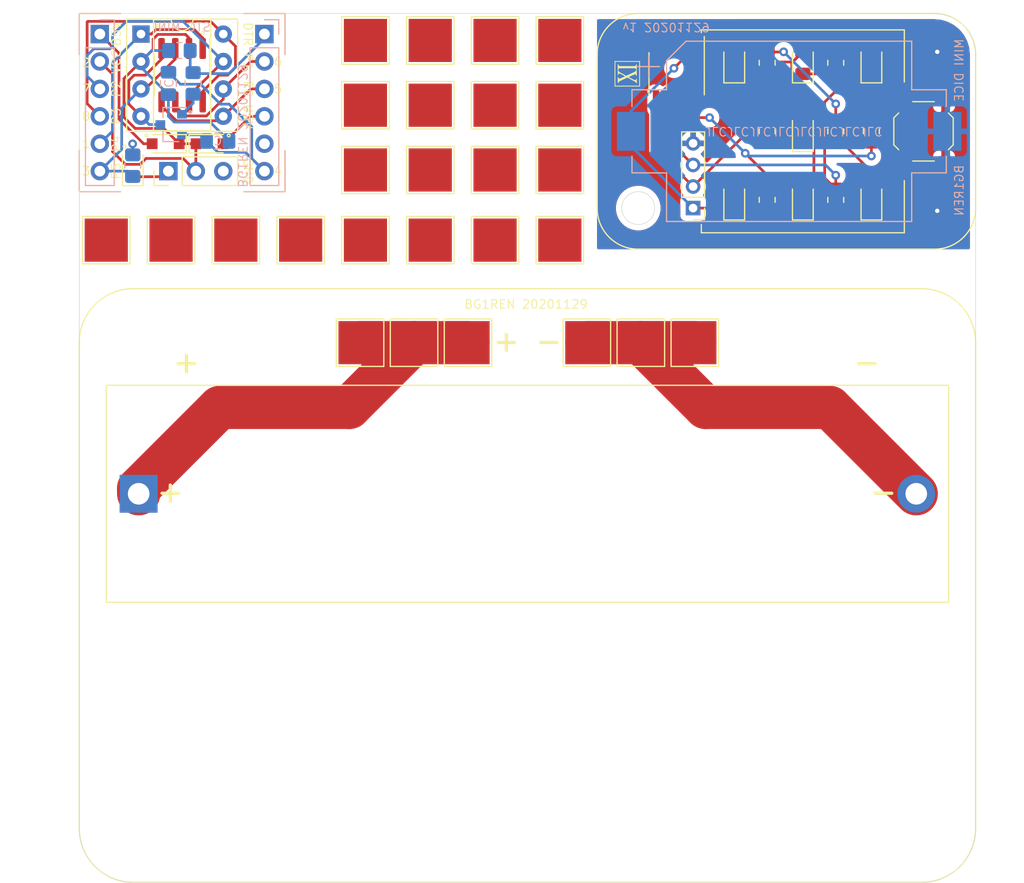
<source format=kicad_pcb>
(kicad_pcb (version 20171130) (host pcbnew 5.1.8)
  (title_block (title "Monthly DIY 2020-11-A") (date 2020-11-12) (rev v01) (company BG1REN))
  (layers (0 F.Cu signal) (31 B.Cu signal) (34 B.Paste user) (35 F.Paste user) (36 B.SilkS user) (37 F.SilkS user) (38 B.Mask user) (39 F.Mask user) (44 Edge.Cuts user))
  (net 0 "")
  (net 1 GND)
  (net 2 VCC)
  (net 3 /stc15-mini-board/BOARD_5V)
  (net 4 /stc15-mini-board/UART_5V)
  (net 5 /stc15-mini-board/DTR)
  (net 6 /stc15-mini-board/P5)
  (net 7 /stc15-mini-board/P1)
  (net 8 /stc15-mini-board/P4)
  (net 9 /stc15-mini-board/P0)
  (net 10 /stc15-mini-board/P3)
  (net 11 /stc15-mini-board/P2)
  (net 12 "Net-(Q101-Pad1)")
  (net 13 /stc15-mini-board/MCU_GND)
  (net 14 "Net-(D103-Pad1)")
  (net 15 "Net-(D103-Pad2)")
  (net 16 /stc-dice/VCC_200)
  (net 17 "Net-(D201-Pad1)")
  (net 18 "Net-(D202-Pad1)")
  (net 19 "Net-(D203-Pad1)")
  (net 20 "Net-(D204-Pad1)")
  (net 21 "Net-(D205-Pad1)")
  (net 22 "Net-(D206-Pad1)")
  (net 23 "Net-(D207-Pad1)")
  (net 24 /stc-dice/GND_200)
  (net 25 /stc-dice/B_200)
  (net 26 /stc-dice/A_200)
  (net 27 /stc-dice/C_200)
  (net 28 /stc-dice/D_200)
  (net 29 /stc-dice/SW_200)
  (module TestPoint:TestPoint_Pad_4.0x4.0mm (layer F.Cu) (at 86.92173 73.616803)
    (fp_text reference REF** hide)
    (fp_text value TestPoint_Pad_4.0x4.0mm)
    (pad 1 smd rect (at 0 0) (size 4 4) (layers F.Cu F.Mask))
  )
  (module TestPoint:TestPoint_Pad_4.0x4.0mm (layer F.Cu) (at 92.92173 73.616803)
    (fp_text reference REF** hide)
    (fp_text value TestPoint_Pad_4.0x4.0mm)
    (pad 1 smd rect (at 0 0) (size 4 4) (layers F.Cu F.Mask))
  )
  (module TestPoint:TestPoint_Pad_4.0x4.0mm (layer F.Cu) (at 98.92173 73.616803)
    (fp_text reference REF** hide)
    (fp_text value TestPoint_Pad_4.0x4.0mm)
    (pad 1 smd rect (at 0 0) (size 4 4) (layers F.Cu F.Mask))
  )
  (module TestPoint:TestPoint_Pad_4.0x4.0mm (layer F.Cu) (at 104.92173 73.616803)
    (fp_text reference REF** hide)
    (fp_text value TestPoint_Pad_4.0x4.0mm)
    (pad 1 smd rect (at 0 0) (size 4 4) (layers F.Cu F.Mask))
  )
  (module TestPoint:TestPoint_Pad_4.0x4.0mm (layer F.Cu) (at 86.92173 67.616803)
    (fp_text reference REF** hide)
    (fp_text value TestPoint_Pad_4.0x4.0mm)
    (pad 1 smd rect (at 0 0) (size 4 4) (layers F.Cu F.Mask))
  )
  (module TestPoint:TestPoint_Pad_4.0x4.0mm (layer F.Cu) (at 92.92173 67.616803)
    (fp_text reference REF** hide)
    (fp_text value TestPoint_Pad_4.0x4.0mm)
    (pad 1 smd rect (at 0 0) (size 4 4) (layers F.Cu F.Mask))
  )
  (module TestPoint:TestPoint_Pad_4.0x4.0mm (layer F.Cu) (at 98.92173 67.616803)
    (fp_text reference REF** hide)
    (fp_text value TestPoint_Pad_4.0x4.0mm)
    (pad 1 smd rect (at 0 0) (size 4 4) (layers F.Cu F.Mask))
  )
  (module TestPoint:TestPoint_Pad_4.0x4.0mm (layer F.Cu) (at 104.92173 67.616803)
    (fp_text reference REF** hide)
    (fp_text value TestPoint_Pad_4.0x4.0mm)
    (pad 1 smd rect (at 0 0) (size 4 4) (layers F.Cu F.Mask))
  )
  (module TestPoint:TestPoint_Pad_4.0x4.0mm (layer F.Cu) (at 86.92173 61.616803)
    (fp_text reference REF** hide)
    (fp_text value TestPoint_Pad_4.0x4.0mm)
    (pad 1 smd rect (at 0 0) (size 4 4) (layers F.Cu F.Mask))
  )
  (module TestPoint:TestPoint_Pad_4.0x4.0mm (layer F.Cu) (at 92.92173 61.616803)
    (fp_text reference REF** hide)
    (fp_text value TestPoint_Pad_4.0x4.0mm)
    (pad 1 smd rect (at 0 0) (size 4 4) (layers F.Cu F.Mask))
  )
  (module TestPoint:TestPoint_Pad_4.0x4.0mm (layer F.Cu) (at 98.92173 61.616803)
    (fp_text reference REF** hide)
    (fp_text value TestPoint_Pad_4.0x4.0mm)
    (pad 1 smd rect (at 0 0) (size 4 4) (layers F.Cu F.Mask))
  )
  (module TestPoint:TestPoint_Pad_4.0x4.0mm (layer F.Cu) (at 104.92173 61.616803)
    (fp_text reference REF** hide)
    (fp_text value TestPoint_Pad_4.0x4.0mm)
    (pad 1 smd rect (at 0 0) (size 4 4) (layers F.Cu F.Mask))
  )
  (module TestPoint:TestPoint_Pad_4.0x4.0mm (layer F.Cu) (at 104.92173 80.116803)
    (fp_text reference REF** hide)
    (fp_text value TestPoint_Pad_4.0x4.0mm)
    (pad 1 smd rect (at 0 0) (size 4 4) (layers F.Cu F.Mask))
  )
  (module TestPoint:TestPoint_Pad_4.0x4.0mm (layer F.Cu) (at 98.92173 80.116803)
    (fp_text reference REF** hide)
    (fp_text value TestPoint_Pad_4.0x4.0mm)
    (pad 1 smd rect (at 0 0) (size 4 4) (layers F.Cu F.Mask))
  )
  (module TestPoint:TestPoint_Pad_4.0x4.0mm (layer F.Cu) (at 92.92173 80.116803)
    (fp_text reference REF** hide)
    (fp_text value TestPoint_Pad_4.0x4.0mm)
    (pad 1 smd rect (at 0 0) (size 4 4) (layers F.Cu F.Mask))
  )
  (module TestPoint:TestPoint_Pad_4.0x4.0mm (layer F.Cu) (at 86.92173 80.116803)
    (fp_text reference REF** hide)
    (fp_text value TestPoint_Pad_4.0x4.0mm)
    (pad 1 smd rect (at 0 0) (size 4 4) (layers F.Cu F.Mask))
  )
  (module TestPoint:TestPoint_Pad_4.0x4.0mm (layer F.Cu) (at 80.92173 80.116803)
    (fp_text reference REF** hide)
    (fp_text value TestPoint_Pad_4.0x4.0mm)
    (pad 1 smd rect (at 0 0) (size 4 4) (layers F.Cu F.Mask))
  )
  (module TestPoint:TestPoint_Pad_4.0x4.0mm (layer F.Cu) (at 74.92173 80.116803)
    (fp_text reference REF** hide)
    (fp_text value TestPoint_Pad_4.0x4.0mm)
    (pad 1 smd rect (at 0 0) (size 4 4) (layers F.Cu F.Mask))
  )
  (module TestPoint:TestPoint_Pad_4.0x4.0mm (layer F.Cu) (at 68.92173 80.116803)
    (fp_text reference REF** hide)
    (fp_text value TestPoint_Pad_4.0x4.0mm)
    (pad 1 smd rect (at 0 0) (size 4 4) (layers F.Cu F.Mask))
  )
  (module TestPoint:TestPoint_Pad_4.0x4.0mm (layer F.Cu) (at 62.92173 80.116803)
    (fp_text reference REF** hide)
    (fp_text value TestPoint_Pad_4.0x4.0mm)
    (pad 1 smd rect (at 0 0) (size 4 4) (layers F.Cu F.Mask))
  )
  (module MountingHole:MountingHole_3.2mm_M3 (layer F.Cu) (at 138.42173 89.616803)
    (fp_text reference REF** hide)
    (fp_text value MountingHole_3.2mm_M3)
    (pad 1 np_thru_hole circle (at 0 0) (size 3.2 3.2) (drill 3.2) (layers *.Cu *.Mask))
  )
  (module MountingHole:MountingHole_3.2mm_M3 (layer F.Cu) (at 138.42173 134.616803)
    (fp_text reference REF** hide)
    (fp_text value MountingHole_3.2mm_M3)
    (pad 1 np_thru_hole circle (at 0 0) (size 3.2 3.2) (drill 3.2) (layers *.Cu *.Mask))
  )
  (module MountingHole:MountingHole_3.2mm_M3 (layer F.Cu) (at 65.42173 134.616803)
    (fp_text reference REF** hide)
    (fp_text value MountingHole_3.2mm_M3)
    (pad 1 np_thru_hole circle (at 0 0) (size 3.2 3.2) (drill 3.2) (layers *.Cu *.Mask))
  )
  (module MountingHole:MountingHole_3.2mm_M3 (layer F.Cu) (at 65.42173 89.616803)
    (fp_text reference REF** hide)
    (fp_text value MountingHole_3.2mm_M3)
    (pad 1 np_thru_hole circle (at 0 0) (size 3.2 3.2) (drill 3.2) (layers *.Cu *.Mask))
  )
  (module TestPoint:TestPoint_Pad_4.0x4.0mm (layer F.Cu) (at 117.42173 89.616803)
    (fp_text reference REF** hide)
    (fp_text value TestPoint_Pad_4.0x4.0mm)
    (pad 1 smd rect (at 0 0) (size 4 4) (layers F.Cu F.Mask))
  )
  (module TestPoint:TestPoint_Pad_4.0x4.0mm (layer F.Cu) (at 107.42173 89.616803)
    (fp_text reference REF** hide)
    (fp_text value TestPoint_Pad_4.0x4.0mm)
    (pad 1 smd rect (at 0 0) (size 4 4) (layers F.Cu F.Mask))
  )
  (module TestPoint:TestPoint_Pad_4.0x4.0mm (layer F.Cu) (at 96.42173 89.616803)
    (fp_text reference REF** hide)
    (fp_text value TestPoint_Pad_4.0x4.0mm)
    (pad 1 smd rect (at 0 0) (size 4 4) (layers F.Cu F.Mask))
  )
  (module TestPoint:TestPoint_Pad_4.0x4.0mm (layer F.Cu) (at 86.42173 89.616803)
    (fp_text reference REF** hide)
    (fp_text value TestPoint_Pad_4.0x4.0mm)
    (pad 1 smd rect (at 0 0) (size 4 4) (layers F.Cu F.Mask))
  )
  (module TestPoint:TestPoint_Pad_4.0x4.0mm (layer F.Cu) (at 112.42173 89.616803)
    (fp_text reference REF** hide)
    (fp_text value TestPoint_Pad_4.0x4.0mm)
    (pad 1 smd rect (at 0 0) (size 4 4) (layers F.Cu F.Mask))
  )
  (module TestPoint:TestPoint_Pad_4.0x4.0mm (layer F.Cu) (at 91.42173 89.616803)
    (fp_text reference REF** hide)
    (fp_text value TestPoint_Pad_4.0x4.0mm)
    (pad 1 smd rect (at 0 0) (size 4 4) (layers F.Cu F.Mask))
  )
  (module MountingHole:MountingHole_3.2mm_M3 (layer F.Cu) (at 124.42173 134.616803)
    (fp_text reference REF** hide)
    (fp_text value MountingHole_3.2mm_M3)
    (pad 1 np_thru_hole circle (at 0 0) (size 3.2 3.2) (drill 3.2) (layers *.Cu *.Mask))
  )
  (module MountingHole:MountingHole_3.2mm_M3 (layer F.Cu) (at 79.42173 134.616803)
    (fp_text reference REF** hide)
    (fp_text value MountingHole_3.2mm_M3)
    (pad 1 np_thru_hole circle (at 0 0) (size 3.2 3.2) (drill 3.2) (layers *.Cu *.Mask))
  )
  (module MountingHole:MountingHole_3.2mm_M3 (layer F.Cu) (at 124.42173 89.616803)
    (fp_text reference REF** hide)
    (fp_text value MountingHole_3.2mm_M3)
    (pad 1 np_thru_hole circle (at 0 0) (size 3.2 3.2) (drill 3.2) (layers *.Cu *.Mask))
  )
  (module MountingHole:MountingHole_3.2mm_M3 (layer F.Cu) (at 79.42173 89.616803)
    (fp_text reference REF** hide)
    (fp_text value MountingHole_3.2mm_M3)
    (pad 1 np_thru_hole circle (at 0 0) (size 3.2 3.2) (drill 3.2) (layers *.Cu *.Mask))
  )
  (module Battery:BatteryHolder_MPD_BH-18650-PC2 (layer F.Cu) (at 65.92173 103.616803)
    (fp_text reference REF** hide)
    (fp_text value BatteryHolder_MPD_BH-18650-PC2)
    (pad 2 thru_hole circle (at 72 0) (size 3.5 3.5) (drill 2) (layers *.Cu *.Mask))
    (pad 1 thru_hole rect (at 0 0) (size 3.5 3.5) (drill 2) (layers *.Cu *.Mask))
    (pad "" np_thru_hole circle (at 8.645 0) (size 3.2 3.2) (drill 3.2) (layers *.Cu *.Mask))
    (pad "" np_thru_hole circle (at 64.255 0) (size 3.2 3.2) (drill 3.2) (layers *.Cu *.Mask))
  )
  (module xi:xi-logo-c-02.5-02.5 (layer F.Cu) (at 111.165214 64.702489 90)
    (fp_text reference G*** hide)
    (fp_text value LOGO hide)
  )
  (module Button_Switch_SMD:SW_SPST_TL3342 (layer F.Cu) (at 138.597214 70.036489 270)
    (fp_text reference SW_201 hide)
    (fp_text value ROLL)
    (pad 2 smd rect (at 3.15 1.9 270) (size 1.7 1) (layers F.Cu F.Paste F.Mask) (net 29 /stc-dice/SW_200))
    (pad 2 smd rect (at -3.15 1.9 270) (size 1.7 1) (layers F.Cu F.Paste F.Mask) (net 29 /stc-dice/SW_200))
    (pad 1 smd rect (at 3.15 -1.9 270) (size 1.7 1) (layers F.Cu F.Paste F.Mask) (net 24 /stc-dice/GND_200))
    (pad 1 smd rect (at -3.15 -1.9 270) (size 1.7 1) (layers F.Cu F.Paste F.Mask) (net 24 /stc-dice/GND_200))
  )
  (module Package_SO:SOIC-8_3.9x4.9mm_P1.27mm (layer F.Cu) (at 115.737214 64.702489 270)
    (fp_text reference U201 hide)
    (fp_text value STC15W104)
    (pad 8 smd roundrect (at 2.475 -1.905 270) (size 1.95 0.6) (layers F.Cu F.Paste F.Mask) (net 28 /stc-dice/D_200))
    (pad 7 smd roundrect (at 2.475 -0.635 270) (size 1.95 0.6) (layers F.Cu F.Paste F.Mask) (net 27 /stc-dice/C_200))
    (pad 6 smd roundrect (at 2.475 0.635 270) (size 1.95 0.6) (layers F.Cu F.Paste F.Mask) (net 25 /stc-dice/B_200))
    (pad 5 smd roundrect (at 2.475 1.905 270) (size 1.95 0.6) (layers F.Cu F.Paste F.Mask) (net 26 /stc-dice/A_200))
    (pad 4 smd roundrect (at -2.475 1.905 270) (size 1.95 0.6) (layers F.Cu F.Paste F.Mask) (net 24 /stc-dice/GND_200))
    (pad 3 smd roundrect (at -2.475 0.635 270) (size 1.95 0.6) (layers F.Cu F.Paste F.Mask))
    (pad 2 smd roundrect (at -2.475 -0.635 270) (size 1.95 0.6) (layers F.Cu F.Paste F.Mask) (net 16 /stc-dice/VCC_200))
    (pad 1 smd roundrect (at -2.475 -1.905 270) (size 1.95 0.6) (layers F.Cu F.Paste F.Mask) (net 29 /stc-dice/SW_200))
  )
  (module Resistor_SMD:R_0805_2012Metric_Pad1.20x1.40mm_HandSolder (layer F.Cu) (at 130.469214 70.036489 90)
    (fp_text reference R207 hide)
    (fp_text value 4.7K)
    (pad 2 smd roundrect (at 1 0 90) (size 1.2 1.4) (layers F.Cu F.Paste F.Mask) (roundrect_rratio 0.208333) (net 28 /stc-dice/D_200))
    (pad 1 smd roundrect (at -1 0 90) (size 1.2 1.4) (layers F.Cu F.Paste F.Mask) (roundrect_rratio 0.208333) (net 23 "Net-(D207-Pad1)"))
  )
  (module Resistor_SMD:R_0805_2012Metric_Pad1.20x1.40mm_HandSolder (layer F.Cu) (at 124.119214 63.686489 90)
    (fp_text reference R206 hide)
    (fp_text value 4.7K)
    (pad 2 smd roundrect (at 1 0 90) (size 1.2 1.4) (layers F.Cu F.Paste F.Mask) (roundrect_rratio 0.208333) (net 28 /stc-dice/D_200))
    (pad 1 smd roundrect (at -1 0 90) (size 1.2 1.4) (layers F.Cu F.Paste F.Mask) (roundrect_rratio 0.208333) (net 22 "Net-(D206-Pad1)"))
  )
  (module Resistor_SMD:R_0805_2012Metric_Pad1.20x1.40mm_HandSolder (layer F.Cu) (at 133.771214 70.036489 270)
    (fp_text reference R205 hide)
    (fp_text value 4.7K)
    (pad 2 smd roundrect (at 1 0 270) (size 1.2 1.4) (layers F.Cu F.Paste F.Mask) (roundrect_rratio 0.208333) (net 27 /stc-dice/C_200))
    (pad 1 smd roundrect (at -1 0 270) (size 1.2 1.4) (layers F.Cu F.Paste F.Mask) (roundrect_rratio 0.208333) (net 21 "Net-(D205-Pad1)"))
  )
  (module Resistor_SMD:R_0805_2012Metric_Pad1.20x1.40mm_HandSolder (layer F.Cu) (at 124.119214 76.386489 90)
    (fp_text reference R204 hide)
    (fp_text value 4.7K)
    (pad 2 smd roundrect (at 1 0 90) (size 1.2 1.4) (layers F.Cu F.Paste F.Mask) (roundrect_rratio 0.208333) (net 27 /stc-dice/C_200))
    (pad 1 smd roundrect (at -1 0 90) (size 1.2 1.4) (layers F.Cu F.Paste F.Mask) (roundrect_rratio 0.208333) (net 20 "Net-(D204-Pad1)"))
  )
  (module Resistor_SMD:R_0805_2012Metric_Pad1.20x1.40mm_HandSolder (layer F.Cu) (at 130.469214 63.686489 90)
    (fp_text reference R203 hide)
    (fp_text value 4.7K)
    (pad 2 smd roundrect (at 1 0 90) (size 1.2 1.4) (layers F.Cu F.Paste F.Mask) (roundrect_rratio 0.208333) (net 25 /stc-dice/B_200))
    (pad 1 smd roundrect (at -1 0 90) (size 1.2 1.4) (layers F.Cu F.Paste F.Mask) (roundrect_rratio 0.208333) (net 19 "Net-(D203-Pad1)"))
  )
  (module Resistor_SMD:R_0805_2012Metric_Pad1.20x1.40mm_HandSolder (layer F.Cu) (at 130.469214 76.386489 90)
    (fp_text reference R202 hide)
    (fp_text value 4.7K)
    (pad 2 smd roundrect (at 1 0 90) (size 1.2 1.4) (layers F.Cu F.Paste F.Mask) (roundrect_rratio 0.208333) (net 25 /stc-dice/B_200))
    (pad 1 smd roundrect (at -1 0 90) (size 1.2 1.4) (layers F.Cu F.Paste F.Mask) (roundrect_rratio 0.208333) (net 18 "Net-(D202-Pad1)"))
  )
  (module Resistor_SMD:R_0805_2012Metric_Pad1.20x1.40mm_HandSolder (layer F.Cu) (at 124.119214 70.036489 90)
    (fp_text reference R201 hide)
    (fp_text value 4.7K)
    (pad 2 smd roundrect (at 1 0 90) (size 1.2 1.4) (layers F.Cu F.Paste F.Mask) (roundrect_rratio 0.208333) (net 26 /stc-dice/A_200))
    (pad 1 smd roundrect (at -1 0 90) (size 1.2 1.4) (layers F.Cu F.Paste F.Mask) (roundrect_rratio 0.208333) (net 17 "Net-(D201-Pad1)"))
  )
  (module Connector_PinHeader_2.00mm:PinHeader_1x04_P2.00mm_Vertical (layer F.Cu) (at 117.261214 77.148489 180)
    (fp_text reference J201 hide)
    (fp_text value ISP)
    (pad 4 thru_hole oval (at 0 6 180) (size 1.35 1.35) (drill 0.8) (layers *.Cu *.Mask) (net 24 /stc-dice/GND_200))
    (pad 3 thru_hole oval (at 0 4 180) (size 1.35 1.35) (drill 0.8) (layers *.Cu *.Mask) (net 25 /stc-dice/B_200))
    (pad 2 thru_hole oval (at 0 2 180) (size 1.35 1.35) (drill 0.8) (layers *.Cu *.Mask) (net 26 /stc-dice/A_200))
    (pad 1 thru_hole rect (at 0 0 180) (size 1.35 1.35) (drill 0.8) (layers *.Cu *.Mask) (net 16 /stc-dice/VCC_200))
  )
  (module LED_SMD:LED_0805_2012Metric_Pad1.15x1.40mm_HandSolder (layer F.Cu) (at 133.771214 76.386489 90)
    (fp_text reference D207 hide)
    (fp_text value LED_D)
    (pad 2 smd roundrect (at 1.025 0 90) (size 1.15 1.4) (layers F.Cu F.Paste F.Mask) (roundrect_rratio 0.217391) (net 16 /stc-dice/VCC_200))
    (pad 1 smd roundrect (at -1.025 0 90) (size 1.15 1.4) (layers F.Cu F.Paste F.Mask) (roundrect_rratio 0.217391) (net 23 "Net-(D207-Pad1)"))
  )
  (module LED_SMD:LED_0805_2012Metric_Pad1.15x1.40mm_HandSolder (layer F.Cu) (at 121.071214 63.686489 90)
    (fp_text reference D206 hide)
    (fp_text value LED_D)
    (pad 2 smd roundrect (at 1.025 0 90) (size 1.15 1.4) (layers F.Cu F.Paste F.Mask) (roundrect_rratio 0.217391) (net 16 /stc-dice/VCC_200))
    (pad 1 smd roundrect (at -1.025 0 90) (size 1.15 1.4) (layers F.Cu F.Paste F.Mask) (roundrect_rratio 0.217391) (net 22 "Net-(D206-Pad1)"))
  )
  (module LED_SMD:LED_0805_2012Metric_Pad1.15x1.40mm_HandSolder (layer F.Cu) (at 133.771214 63.686489 90)
    (fp_text reference D205 hide)
    (fp_text value LED_C)
    (pad 2 smd roundrect (at 1.025 0 90) (size 1.15 1.4) (layers F.Cu F.Paste F.Mask) (roundrect_rratio 0.217391) (net 16 /stc-dice/VCC_200))
    (pad 1 smd roundrect (at -1.025 0 90) (size 1.15 1.4) (layers F.Cu F.Paste F.Mask) (roundrect_rratio 0.217391) (net 21 "Net-(D205-Pad1)"))
  )
  (module LED_SMD:LED_0805_2012Metric_Pad1.15x1.40mm_HandSolder (layer F.Cu) (at 121.071214 76.386489 90)
    (fp_text reference D204 hide)
    (fp_text value LED_C)
    (pad 2 smd roundrect (at 1.025 0 90) (size 1.15 1.4) (layers F.Cu F.Paste F.Mask) (roundrect_rratio 0.217391) (net 16 /stc-dice/VCC_200))
    (pad 1 smd roundrect (at -1.025 0 90) (size 1.15 1.4) (layers F.Cu F.Paste F.Mask) (roundrect_rratio 0.217391) (net 20 "Net-(D204-Pad1)"))
  )
  (module LED_SMD:LED_0805_2012Metric_Pad1.15x1.40mm_HandSolder (layer F.Cu) (at 127.421214 63.686489 90)
    (fp_text reference D203 hide)
    (fp_text value LED_B)
    (pad 2 smd roundrect (at 1.025 0 90) (size 1.15 1.4) (layers F.Cu F.Paste F.Mask) (roundrect_rratio 0.217391) (net 16 /stc-dice/VCC_200))
    (pad 1 smd roundrect (at -1.025 0 90) (size 1.15 1.4) (layers F.Cu F.Paste F.Mask) (roundrect_rratio 0.217391) (net 19 "Net-(D203-Pad1)"))
  )
  (module LED_SMD:LED_0805_2012Metric_Pad1.15x1.40mm_HandSolder (layer F.Cu) (at 127.421214 76.386489 90)
    (fp_text reference D202 hide)
    (fp_text value LED_B)
    (pad 2 smd roundrect (at 1.025 0 90) (size 1.15 1.4) (layers F.Cu F.Paste F.Mask) (roundrect_rratio 0.217391) (net 16 /stc-dice/VCC_200))
    (pad 1 smd roundrect (at -1.025 0 90) (size 1.15 1.4) (layers F.Cu F.Paste F.Mask) (roundrect_rratio 0.217391) (net 18 "Net-(D202-Pad1)"))
  )
  (module LED_SMD:LED_0805_2012Metric_Pad1.15x1.40mm_HandSolder (layer F.Cu) (at 127.421214 70.036489 90)
    (fp_text reference D201 hide)
    (fp_text value LED_A)
    (pad 2 smd roundrect (at 1.025 0 90) (size 1.15 1.4) (layers F.Cu F.Paste F.Mask) (roundrect_rratio 0.217391) (net 16 /stc-dice/VCC_200))
    (pad 1 smd roundrect (at -1.025 0 90) (size 1.15 1.4) (layers F.Cu F.Paste F.Mask) (roundrect_rratio 0.217391) (net 17 "Net-(D201-Pad1)"))
  )
  (module Battery:BatteryHolder_Keystone_1060_1x2032 (layer B.Cu) (at 126.151214 70.036489)
    (fp_text reference BT201 hide)
    (fp_text value 3V)
    (pad 1 smd rect (at -14.65 0 180) (size 2.6 3.6) (layers B.Cu B.Paste B.Mask) (net 16 /stc-dice/VCC_200))
    (pad 2 smd rect (at 14.65 0 180) (size 2.6 3.6) (layers B.Cu B.Paste B.Mask) (net 24 /stc-dice/GND_200))
  )
  (module Resistor_SMD:R_0805_2012Metric_Pad1.20x1.40mm_HandSolder (layer B.Cu) (at 65.374965 73.216592 90)
    (fp_text reference R103 hide)
    (fp_text value 4.7K hide)
    (pad 2 smd roundrect (at 1 0 90) (size 1.2 1.4) (layers B.Cu B.Paste B.Mask) (roundrect_rratio 0.2083325) (net 15 "Net-(D103-Pad2)"))
    (pad 1 smd roundrect (at -1 0 90) (size 1.2 1.4) (layers B.Cu B.Paste B.Mask) (roundrect_rratio 0.2083325) (net 6 /stc15-mini-board/P5))
  )
  (module Connector_PinHeader_2.54mm:PinHeader_1x03_P2.54mm_Vertical (layer F.Cu) (at 68.676965 73.724592 90)
    (fp_text reference J104 hide)
    (fp_text value LED_EN hide)
    (pad 3 thru_hole oval (at 0 5.08 90) (size 1.7 1.7) (drill 1) (layers *.Cu *.Mask))
    (pad 2 thru_hole oval (at 0 2.54 90) (size 1.7 1.7) (drill 1) (layers *.Cu *.Mask) (net 2 VCC))
    (pad 1 thru_hole rect (at 0 0 90) (size 1.7 1.7) (drill 1) (layers *.Cu *.Mask) (net 14 "Net-(D103-Pad1)"))
  )
  (module LED_SMD:LED_0805_2012Metric_Pad1.15x1.40mm_HandSolder (layer F.Cu) (at 65.374965 73.216592 90)
    (fp_text reference D103 hide)
    (fp_text value LED_Small hide)
    (pad 2 smd roundrect (at 1.025 0 90) (size 1.15 1.4) (layers F.Cu F.Paste F.Mask) (roundrect_rratio 0.2173904347826087) (net 15 "Net-(D103-Pad2)"))
    (pad 1 smd roundrect (at -1.025 0 90) (size 1.15 1.4) (layers F.Cu F.Paste F.Mask) (roundrect_rratio 0.2173904347826087) (net 14 "Net-(D103-Pad1)"))
  )
  (module Connector_PinHeader_2.54mm:PinHeader_1x06_P2.54mm_Vertical (layer B.Cu) (at 77.566965 61.024592 180)
    (fp_text reference J103 hide)
    (fp_text value SocketB hide)
    (pad 6 thru_hole oval (at 0 -12.7 180) (size 1.7 1.7) (drill 1) (layers *.Cu *.Mask) (net 1 GND))
    (pad 5 thru_hole oval (at 0 -10.16 180) (size 1.7 1.7) (drill 1) (layers *.Cu *.Mask))
    (pad 4 thru_hole oval (at 0 -7.62 180) (size 1.7 1.7) (drill 1) (layers *.Cu *.Mask) (net 4 /stc15-mini-board/UART_5V))
    (pad 3 thru_hole oval (at 0 -5.08 180) (size 1.7 1.7) (drill 1) (layers *.Cu *.Mask) (net 9 /stc15-mini-board/P0))
    (pad 2 thru_hole oval (at 0 -2.54 180) (size 1.7 1.7) (drill 1) (layers *.Cu *.Mask) (net 7 /stc15-mini-board/P1))
    (pad 1 thru_hole rect (at 0 0 180) (size 1.7 1.7) (drill 1) (layers *.Cu *.Mask) (net 5 /stc15-mini-board/DTR))
  )
  (module Connector_PinHeader_2.54mm:PinHeader_1x06_P2.54mm_Vertical (layer B.Cu) (at 62.326965 61.024592 180)
    (fp_text reference J102 hide)
    (fp_text value SocketA hide)
    (pad 6 thru_hole oval (at 0 -12.7 180) (size 1.7 1.7) (drill 1) (layers *.Cu *.Mask) (net 6 /stc15-mini-board/P5))
    (pad 5 thru_hole oval (at 0 -10.16 180) (size 1.7 1.7) (drill 1) (layers *.Cu *.Mask) (net 8 /stc15-mini-board/P4))
    (pad 4 thru_hole oval (at 0 -7.62 180) (size 1.7 1.7) (drill 1) (layers *.Cu *.Mask) (net 10 /stc15-mini-board/P3))
    (pad 3 thru_hole oval (at 0 -5.08 180) (size 1.7 1.7) (drill 1) (layers *.Cu *.Mask) (net 11 /stc15-mini-board/P2))
    (pad 2 thru_hole oval (at 0 -2.54 180) (size 1.7 1.7) (drill 1) (layers *.Cu *.Mask) (net 2 VCC))
    (pad 1 thru_hole rect (at 0 0 180) (size 1.7 1.7) (drill 1) (layers *.Cu *.Mask) (net 3 /stc15-mini-board/BOARD_5V))
  )
  (module Package_DIP:DIP-8_W7.62mm_Socket (layer F.Cu) (at 66.136965 61.024592)
    (fp_text reference J101 hide)
    (fp_text value MCU hide)
    (pad 8 thru_hole oval (at 7.62 0) (size 1.6 1.6) (drill 0.8) (layers *.Cu *.Mask) (net 10 /stc15-mini-board/P3))
    (pad 4 thru_hole oval (at 0 7.62) (size 1.6 1.6) (drill 0.8) (layers *.Cu *.Mask) (net 13 /stc15-mini-board/MCU_GND))
    (pad 7 thru_hole oval (at 7.62 2.54) (size 1.6 1.6) (drill 0.8) (layers *.Cu *.Mask) (net 11 /stc15-mini-board/P2))
    (pad 3 thru_hole oval (at 0 5.08) (size 1.6 1.6) (drill 0.8) (layers *.Cu *.Mask) (net 6 /stc15-mini-board/P5))
    (pad 6 thru_hole oval (at 7.62 5.08) (size 1.6 1.6) (drill 0.8) (layers *.Cu *.Mask) (net 7 /stc15-mini-board/P1))
    (pad 2 thru_hole oval (at 0 2.54) (size 1.6 1.6) (drill 0.8) (layers *.Cu *.Mask) (net 2 VCC))
    (pad 5 thru_hole oval (at 7.62 7.62) (size 1.6 1.6) (drill 0.8) (layers *.Cu *.Mask) (net 9 /stc15-mini-board/P0))
    (pad 1 thru_hole rect (at 0 0) (size 1.6 1.6) (drill 0.8) (layers *.Cu *.Mask) (net 8 /stc15-mini-board/P4))
  )
  (module Diode_SMD:D_SOD-323_HandSoldering (layer F.Cu) (at 68.422965 71.184592 180)
    (fp_text reference D102 hide)
    (fp_text value 1N5819 hide)
    (pad 2 smd rect (at 1.25 0 180) (size 1 1) (layers F.Cu F.Paste F.Mask) (net 3 /stc15-mini-board/BOARD_5V))
    (pad 1 smd rect (at -1.25 0 180) (size 1 1) (layers F.Cu F.Paste F.Mask) (net 2 VCC))
  )
  (module Diode_SMD:D_SOD-323_HandSoldering (layer F.Cu) (at 72.486965 71.184592)
    (fp_text reference D101 hide)
    (fp_text value 1N5819 hide)
    (pad 2 smd rect (at 1.25 0) (size 1 1) (layers F.Cu F.Paste F.Mask) (net 4 /stc15-mini-board/UART_5V))
    (pad 1 smd rect (at -1.25 0) (size 1 1) (layers F.Cu F.Paste F.Mask) (net 2 VCC))
  )
  (module Package_SO:SOIC-8_3.9x4.9mm_P1.27mm (layer F.Cu) (at 69.946965 64.834592 270)
    (fp_text reference U101 hide)
    (fp_text value STC15W104 hide)
    (pad 8 smd roundrect (at 2.475 -1.905 270) (size 1.95 0.6) (layers F.Cu F.Paste F.Mask) (net 10 /stc15-mini-board/P3))
    (pad 7 smd roundrect (at 2.475 -0.635 270) (size 1.95 0.6) (layers F.Cu F.Paste F.Mask) (net 11 /stc15-mini-board/P2))
    (pad 6 smd roundrect (at 2.475 0.635 270) (size 1.95 0.6) (layers F.Cu F.Paste F.Mask) (net 7 /stc15-mini-board/P1))
    (pad 5 smd roundrect (at 2.475 1.905 270) (size 1.95 0.6) (layers F.Cu F.Paste F.Mask) (net 9 /stc15-mini-board/P0))
    (pad 4 smd roundrect (at -2.475 1.905 270) (size 1.95 0.6) (layers F.Cu F.Paste F.Mask) (net 13 /stc15-mini-board/MCU_GND))
    (pad 3 smd roundrect (at -2.475 0.635 270) (size 1.95 0.6) (layers F.Cu F.Paste F.Mask) (net 6 /stc15-mini-board/P5))
    (pad 2 smd roundrect (at -2.475 -0.635 270) (size 1.95 0.6) (layers F.Cu F.Paste F.Mask) (net 2 VCC))
    (pad 1 smd roundrect (at -2.475 -1.905 270) (size 1.95 0.6) (layers F.Cu F.Paste F.Mask) (net 8 /stc15-mini-board/P4))
  )
  (module Resistor_SMD:R_0805_2012Metric_Pad1.20x1.40mm_HandSolder (layer B.Cu) (at 70.962965 65.596592 90)
    (fp_text reference R102 hide)
    (fp_text value 4.7K hide)
    (pad 2 smd roundrect (at 1 0 90) (size 1.2 1.4) (layers B.Cu B.Paste B.Mask) (roundrect_rratio 0.2083325) (net 5 /stc15-mini-board/DTR))
    (pad 1 smd roundrect (at -1 0 90) (size 1.2 1.4) (layers B.Cu B.Paste B.Mask) (roundrect_rratio 0.2083325) (net 12 "Net-(Q101-Pad1)"))
  )
  (module Resistor_SMD:R_0805_2012Metric_Pad1.20x1.40mm_HandSolder (layer B.Cu) (at 69.692965 62.548592)
    (fp_text reference R101 hide)
    (fp_text value 4.7K hide)
    (pad 2 smd roundrect (at 1 0) (size 1.2 1.4) (layers B.Cu B.Paste B.Mask) (roundrect_rratio 0.2083325) (net 5 /stc15-mini-board/DTR))
    (pad 1 smd roundrect (at -1 0) (size 1.2 1.4) (layers B.Cu B.Paste B.Mask) (roundrect_rratio 0.2083325) (net 2 VCC))
  )
  (module Package_TO_SOT_SMD:SOT-23 (layer B.Cu) (at 68.930965 69.406592 180)
    (fp_text reference Q101 hide)
    (fp_text value MMBT3904 hide)
    (pad 3 smd rect (at 1 0 180) (size 0.9 0.8) (layers B.Cu B.Paste B.Mask) (net 13 /stc15-mini-board/MCU_GND))
    (pad 2 smd rect (at -1 -0.95 180) (size 0.9 0.8) (layers B.Cu B.Paste B.Mask) (net 1 GND))
    (pad 1 smd rect (at -1 0.95 180) (size 0.9 0.8) (layers B.Cu B.Paste B.Mask) (net 12 "Net-(Q101-Pad1)"))
  )
  (module Capacitor_SMD:C_0805_2012Metric_Pad1.18x1.45mm_HandSolder (layer B.Cu) (at 68.676965 65.596592 90)
    (fp_text reference C102 hide)
    (fp_text value 0.1u hide)
    (pad 2 smd roundrect (at 1.0375 0 90) (size 1.175 1.45) (layers B.Cu B.Paste B.Mask) (roundrect_rratio 0.2127659574468085) (net 1 GND))
    (pad 1 smd roundrect (at -1.0375 0 90) (size 1.175 1.45) (layers B.Cu B.Paste B.Mask) (roundrect_rratio 0.2127659574468085) (net 2 VCC))
  )
  (module Capacitor_SMD:C_0805_2012Metric_Pad1.18x1.45mm_HandSolder (layer B.Cu) (at 73.248965 70.930592 180)
    (fp_text reference C101 hide)
    (fp_text value 10u hide)
    (pad 2 smd roundrect (at 1.0375 0 180) (size 1.175 1.45) (layers B.Cu B.Paste B.Mask) (roundrect_rratio 0.2127659574468085) (net 1 GND))
    (pad 1 smd roundrect (at -1.0375 0 180) (size 1.175 1.45) (layers B.Cu B.Paste B.Mask) (roundrect_rratio 0.2127659574468085) (net 2 VCC))
  )
  (gr_text - (at 133.35073 91.713803 180) (layer F.SilkS) (effects (font (size 2 2) (thickness 0.3))))
  (gr_text + (at 70.35073 91.713803 180) (layer F.SilkS) (effects (font (size 2 2) (thickness 0.3))))
  (gr_text - (at 134.89073 103.713803 180) (layer F.SilkS) (effects (font (size 2 2) (thickness 0.3))))
  (gr_text + (at 68.85073 103.713803 180) (layer F.SilkS) (effects (font (size 2 2) (thickness 0.3))))
  (gr_text - (at 103.90273 89.743803 180) (layer F.SilkS) (effects (font (size 2 2) (thickness 0.3))))
  (gr_text + (at 99.96573 89.743803 180) (layer F.SilkS) (effects (font (size 2 2) (thickness 0.3))))
  (gr_text "BG1REN 20201129" (at 101.788533 86.060803) (layer F.SilkS) (effects (font (size 0.8 0.8) (thickness 0.1))))
  (gr_line (start 60.42173 134.616803) (end 60.42173 59.116803) (layer Edge.Cuts) (width 0.05))
  (gr_line (start 138.42173 139.616803) (end 65.42173 139.616803) (layer Edge.Cuts) (width 0.05))
  (gr_line (start 143.423214 62.924489) (end 143.42173 134.616803) (layer Edge.Cuts) (width 0.05))
  (gr_arc (start 138.42173 134.616803) (end 138.42173 139.616803) (angle -90) (layer Edge.Cuts) (width 0.05))
  (gr_arc (start 65.42173 134.616803) (end 60.42173 134.616803) (angle -90) (layer Edge.Cuts) (width 0.05))
  (gr_arc (start 138.42173 89.616803) (end 143.42173 89.616803) (angle -90) (layer F.SilkS) (width 0.12))
  (gr_arc (start 138.42173 134.616803) (end 138.42173 139.616803) (angle -90) (layer F.SilkS) (width 0.12))
  (gr_arc (start 65.42173 134.616803) (end 60.42173 134.616803) (angle -90) (layer F.SilkS) (width 0.12))
  (gr_arc (start 65.42173 89.616803) (end 65.42173 84.616803) (angle -90) (layer F.SilkS) (width 0.12))
  (gr_line (start 60.42173 134.616803) (end 60.42173 89.616803) (layer F.SilkS) (width 0.12))
  (gr_line (start 138.42173 139.616803) (end 65.42173 139.616803) (layer F.SilkS) (width 0.12))
  (gr_line (start 143.42173 89.616803) (end 143.42173 134.616803) (layer F.SilkS) (width 0.12))
  (gr_line (start 65.42173 84.616803) (end 138.42173 84.616803) (layer F.SilkS) (width 0.12))
  (gr_text "v1 20201129" (at 110.657214 60.384489 180) (layer B.SilkS) (effects (font (size 0.8 0.8) (thickness 0.1)) (justify left mirror)))
  (gr_text "MINI DICE" (at 141.899214 61.400489 90) (layer B.SilkS) (effects (font (size 0.8 0.8) (thickness 0.1)) (justify left mirror)))
  (gr_line (start 60.42173 59.116803) (end 139.613214 59.114489) (layer Edge.Cuts) (width 0.05))
  (gr_arc (start 139.613214 62.924489) (end 143.423214 62.924489) (angle -90) (layer Edge.Cuts) (width 0.05))
  (gr_text BG1REN (at 141.899214 73.084489 90) (layer B.SilkS) (effects (font (size 0.8 0.8) (thickness 0.1)) (justify left mirror)))
  (gr_circle (center 112.181214 77.148489) (end 112.181214 75.624489) (layer Edge.Cuts) (width 0.05))
  (gr_line (start 136.819214 60.638489) (end 136.819214 65.464489) (layer F.SilkS) (width 0.12))
  (gr_line (start 118.023214 60.638489) (end 136.819214 60.638489) (layer F.SilkS) (width 0.12))
  (gr_line (start 118.023214 60.892489) (end 118.023214 60.638489) (layer F.SilkS) (width 0.12))
  (gr_line (start 136.819214 79.434489) (end 136.819214 74.608489) (layer F.SilkS) (width 0.12))
  (gr_line (start 118.023214 79.434489) (end 136.819214 79.434489) (layer F.SilkS) (width 0.12))
  (gr_line (start 118.023214 79.434489) (end 118.023214 78.672489) (layer F.SilkS) (width 0.12))
  (gr_arc (start 139.613214 77.148489) (end 139.613214 80.958489) (angle -90) (layer F.SilkS) (width 0.12))
  (gr_line (start 143.423214 62.924489) (end 143.423214 77.148489) (layer F.SilkS) (width 0.12))
  (gr_arc (start 139.613214 62.924489) (end 143.423214 62.924489) (angle -90) (layer F.SilkS) (width 0.12))
  (gr_arc (start 112.181214 62.924489) (end 112.181214 59.114489) (angle -90) (layer F.SilkS) (width 0.12))
  (gr_arc (start 112.181214 77.148489) (end 108.371214 77.148489) (angle -90) (layer F.SilkS) (width 0.12))
  (gr_line (start 108.371214 77.148489) (end 108.371214 62.924489) (layer F.SilkS) (width 0.12))
  (gr_line (start 112.181214 59.114489) (end 139.613214 59.114489) (layer F.SilkS) (width 0.12))
  (gr_line (start 112.181214 80.958489) (end 139.613214 80.958489) (layer F.SilkS) (width 0.12))
  (gr_line (start 79.471965 59.119592) (end 79.471965 62.929592) (layer B.SilkS) (width 0.12))
  (gr_line (start 75.661965 59.119592) (end 79.471965 59.119592) (layer B.SilkS) (width 0.12))
  (gr_line (start 79.471965 75.629592) (end 75.661965 75.629592) (layer B.SilkS) (width 0.12))
  (gr_line (start 79.471965 71.819592) (end 79.471965 75.629592) (layer B.SilkS) (width 0.12))
  (gr_line (start 60.421965 75.629592) (end 64.231965 75.629592) (layer B.SilkS) (width 0.12))
  (gr_line (start 60.421965 71.819592) (end 60.421965 75.629592) (layer B.SilkS) (width 0.12))
  (gr_line (start 60.421965 59.119592) (end 60.421965 62.929592) (layer B.SilkS) (width 0.12))
  (gr_line (start 64.231965 59.119592) (end 60.421965 59.119592) (layer B.SilkS) (width 0.12))
  (gr_text 8 (at 61.056965 68.644592) (layer F.SilkS) (effects (font (size 0.8 0.8) (thickness 0.1))))
  (gr_text 7 (at 61.056965 66.104592) (layer F.SilkS) (effects (font (size 0.8 0.8) (thickness 0.1))))
  (gr_text 6 (at 78.836965 63.564592) (layer F.SilkS) (effects (font (size 0.8 0.8) (thickness 0.1))))
  (gr_text 5 (at 78.836965 66.104592) (layer F.SilkS) (effects (font (size 0.8 0.8) (thickness 0.1))))
  (gr_text 3 (at 61.056965 73.724592) (layer F.SilkS) (effects (font (size 0.8 0.8) (thickness 0.1))))
  (gr_text 4 (at 78.836965 73.724592) (layer F.SilkS) (effects (font (size 0.8 0.8) (thickness 0.1))))
  (gr_text 1 (at 61.056965 71.184592) (layer F.SilkS) (effects (font (size 0.8 0.8) (thickness 0.1))))
  (gr_text 2 (at 61.056965 63.691592) (layer F.SilkS) (effects (font (size 0.8 0.8) (thickness 0.1))))
  (gr_text VCC (at 63.850965 63.564592 90) (layer F.SilkS) (effects (font (size 0.8 0.8) (thickness 0.1))))
  (gr_text "BG1REN 20201129" (at 75.534965 69.533592 270) (layer B.SilkS) (effects (font (size 0.8 0.8) (thickness 0.1)) (justify mirror)))
  (gr_text P3 (at 63.850965 68.644592 90) (layer F.SilkS) (effects (font (size 0.8 0.8) (thickness 0.1))))
  (gr_text "STC MINI" (at 69.946965 60.389592) (layer B.SilkS) (effects (font (size 0.8 0.8) (thickness 0.1)) (justify mirror)))
  (gr_text C (at 73.248965 70.930592) (layer B.SilkS) (effects (font (size 0.8 0.8) (thickness 0.1)) (justify mirror)))
  (gr_text C (at 68.676965 65.596592 270) (layer B.SilkS) (effects (font (size 0.8 0.8) (thickness 0.1)) (justify mirror)))
  (gr_line (start 60.421965 59.119592) (end 64.231965 59.119592) (layer F.SilkS) (width 0.12))
  (gr_line (start 60.421965 62.929592) (end 60.421965 59.119592) (layer F.SilkS) (width 0.12))
  (gr_line (start 79.471965 75.629592) (end 79.471965 71.819592) (layer F.SilkS) (width 0.12))
  (gr_line (start 75.661965 75.629592) (end 79.471965 75.629592) (layer F.SilkS) (width 0.12))
  (gr_line (start 60.421965 75.629592) (end 60.421965 71.819592) (layer F.SilkS) (width 0.12))
  (gr_line (start 64.231965 75.629592) (end 60.421965 75.629592) (layer F.SilkS) (width 0.12))
  (gr_line (start 79.471965 59.119592) (end 79.471965 62.929592) (layer F.SilkS) (width 0.12))
  (gr_line (start 75.661965 59.119592) (end 79.471965 59.119592) (layer F.SilkS) (width 0.12))
  (gr_circle (center 70.708965 68.263592) (end 70.708965 68.390592) (layer B.SilkS) (width 0.12))
  (gr_circle (center 64.612965 71.438592) (end 64.612965 71.565592) (layer F.SilkS) (width 0.12))
  (gr_circle (center 74.264965 70.422592) (end 74.391965 70.422592) (layer F.SilkS) (width 0.12))
  (gr_circle (center 66.644965 70.422592) (end 66.771965 70.422592) (layer F.SilkS) (width 0.12))
  (gr_circle (center 67.660965 60.262592) (end 67.787965 60.262592) (layer F.SilkS) (width 0.12))
  (gr_circle (center 71.851965 60.897592) (end 71.851965 61.024592) (layer F.SilkS) (width 0.12))
  (gr_text P0 (at 76.042965 66.104592 270) (layer F.SilkS) (effects (font (size 0.8 0.8) (thickness 0.1))))
  (gr_text GND (at 76.042965 73.724592 270) (layer F.SilkS) (effects (font (size 0.8 0.8) (thickness 0.1))))
  (gr_text U5V (at 76.042965 68.644592 270) (layer F.SilkS) (effects (font (size 0.8 0.8) (thickness 0.1))))
  (gr_text P1 (at 76.042965 63.564592 270) (layer F.SilkS) (effects (font (size 0.8 0.8) (thickness 0.1))))
  (gr_text DTR (at 76.042965 61.024592 270) (layer F.SilkS) (effects (font (size 0.8 0.8) (thickness 0.1))))
  (gr_text B5V (at 63.850965 61.024592 90) (layer F.SilkS) (effects (font (size 0.8 0.8) (thickness 0.1))))
  (gr_text P2 (at 63.850965 66.104592 90) (layer F.SilkS) (effects (font (size 0.8 0.8) (thickness 0.1))))
  (gr_text P4 (at 63.850965 71.184592 90) (layer F.SilkS) (effects (font (size 0.8 0.8) (thickness 0.1))))
  (gr_text P5 (at 63.850965 73.724592 90) (layer F.SilkS) (effects (font (size 0.8 0.8) (thickness 0.1))))
  (gr_text JLCJLCJLCJLCJLCJLCJLCJLC (at 118.277214 70.036489 180) (layer B.SilkS) (effects (font (size 0.8 0.8) (thickness 0.1)) (justify left mirror)))
  (segment (start 86.42173 89.616803) (end 96.42173 89.616803) (width 4) (layer F.Cu) (net 0))
  (segment (start 107.42173 89.616803) (end 117.42173 89.616803) (width 4) (layer F.Cu) (net 0))
  (segment (start 65.92173 103.616803) (end 65.92173 103.116803) (width 4) (layer F.Cu) (net 0))
  (segment (start 65.92173 103.116803) (end 73.42173 95.616803) (width 4) (layer F.Cu) (net 0))
  (segment (start 85.42173 95.616803) (end 91.42173 89.616803) (width 4) (layer F.Cu) (net 0))
  (segment (start 73.42173 95.616803) (end 85.42173 95.616803) (width 4) (layer F.Cu) (net 0))
  (segment (start 137.92173 103.616803) (end 129.92173 95.616803) (width 4) (layer F.Cu) (net 0))
  (segment (start 118.42173 95.616803) (end 112.42173 89.616803) (width 4) (layer F.Cu) (net 0))
  (segment (start 129.92173 95.616803) (end 118.42173 95.616803) (width 4) (layer F.Cu) (net 0))
  (segment (start 76.391964 72.549591) (end 77.566965 73.724592) (width 0.25) (layer B.Cu) (net 1))
  (segment (start 76.391964 69.614589) (end 76.391964 72.549591) (width 0.25) (layer B.Cu) (net 1))
  (segment (start 74.296966 67.519591) (end 76.391964 69.614589) (width 0.25) (layer B.Cu) (net 1))
  (segment (start 73.499154 67.519591) (end 74.296966 67.519591) (width 0.25) (layer B.Cu) (net 1))
  (segment (start 71.651145 65.671582) (end 73.499154 67.519591) (width 0.25) (layer B.Cu) (net 1))
  (segment (start 69.789455 65.671582) (end 71.651145 65.671582) (width 0.25) (layer B.Cu) (net 1))
  (segment (start 68.676965 64.559092) (end 69.789455 65.671582) (width 0.25) (layer B.Cu) (net 1))
  (segment (start 71.637465 70.356592) (end 72.211465 70.930592) (width 0.25) (layer B.Cu) (net 1))
  (segment (start 69.930965 70.356592) (end 71.637465 70.356592) (width 0.25) (layer B.Cu) (net 1))
  (segment (start 75.822975 71.980602) (end 77.566965 73.724592) (width 0.25) (layer B.Cu) (net 1))
  (segment (start 73.261475 71.980602) (end 75.822975 71.980602) (width 0.25) (layer B.Cu) (net 1))
  (segment (start 72.211465 70.930592) (end 73.261475 71.980602) (width 0.25) (layer B.Cu) (net 1))
  (segment (start 66.136965 64.094092) (end 66.136965 63.564592) (width 0.25) (layer B.Cu) (net 2))
  (segment (start 68.676965 66.634092) (end 66.136965 64.094092) (width 0.25) (layer B.Cu) (net 2))
  (segment (start 69.672965 71.184592) (end 71.236965 71.184592) (width 0.25) (layer F.Cu) (net 2))
  (segment (start 64.561955 65.139602) (end 66.136965 63.564592) (width 0.25) (layer F.Cu) (net 2))
  (segment (start 64.561955 68.734584) (end 64.561955 65.139602) (width 0.25) (layer F.Cu) (net 2))
  (segment (start 65.596964 69.769593) (end 64.561955 68.734584) (width 0.25) (layer F.Cu) (net 2))
  (segment (start 68.257966 69.769593) (end 65.596964 69.769593) (width 0.25) (layer F.Cu) (net 2))
  (segment (start 69.672965 71.184592) (end 68.257966 69.769593) (width 0.25) (layer F.Cu) (net 2))
  (segment (start 68.676965 68.637594) (end 68.676965 66.634092) (width 0.25) (layer B.Cu) (net 2))
  (segment (start 69.220964 69.181593) (end 68.676965 68.637594) (width 0.25) (layer B.Cu) (net 2))
  (segment (start 72.537466 69.181593) (end 69.220964 69.181593) (width 0.25) (layer B.Cu) (net 2))
  (segment (start 74.286465 70.930592) (end 72.537466 69.181593) (width 0.25) (layer B.Cu) (net 2))
  (segment (start 67.152965 62.548592) (end 66.136965 63.564592) (width 0.25) (layer B.Cu) (net 2))
  (segment (start 68.692965 62.548592) (end 67.152965 62.548592) (width 0.25) (layer B.Cu) (net 2))
  (segment (start 67.261966 62.439591) (end 66.136965 63.564592) (width 0.25) (layer F.Cu) (net 2))
  (segment (start 67.261966 61.492823) (end 67.261966 62.439591) (width 0.25) (layer F.Cu) (net 2))
  (segment (start 70.256955 61.059582) (end 67.695207 61.059582) (width 0.25) (layer F.Cu) (net 2))
  (segment (start 67.695207 61.059582) (end 67.261966 61.492823) (width 0.25) (layer F.Cu) (net 2))
  (segment (start 70.581965 61.384592) (end 70.256955 61.059582) (width 0.25) (layer F.Cu) (net 2))
  (segment (start 70.581965 62.359592) (end 70.581965 61.384592) (width 0.25) (layer F.Cu) (net 2))
  (segment (start 71.216965 71.204592) (end 71.236965 71.184592) (width 0.25) (layer F.Cu) (net 2))
  (segment (start 71.216965 73.724592) (end 71.216965 71.204592) (width 0.25) (layer F.Cu) (net 2))
  (segment (start 63.501966 64.739593) (end 62.326965 63.564592) (width 0.25) (layer F.Cu) (net 2))
  (segment (start 64.686785 73.091602) (end 63.501966 71.906783) (width 0.25) (layer F.Cu) (net 2))
  (segment (start 63.501966 71.906783) (end 63.501966 64.739593) (width 0.25) (layer F.Cu) (net 2))
  (segment (start 66.605156 72.549591) (end 66.063145 73.091602) (width 0.25) (layer F.Cu) (net 2))
  (segment (start 66.063145 73.091602) (end 64.686785 73.091602) (width 0.25) (layer F.Cu) (net 2))
  (segment (start 70.041964 72.549591) (end 66.605156 72.549591) (width 0.25) (layer F.Cu) (net 2))
  (segment (start 71.216965 73.724592) (end 70.041964 72.549591) (width 0.25) (layer F.Cu) (net 2))
  (segment (start 66.375553 71.184592) (end 64.104965 68.914004) (width 0.25) (layer F.Cu) (net 3))
  (segment (start 67.172965 71.184592) (end 66.375553 71.184592) (width 0.25) (layer F.Cu) (net 3))
  (segment (start 64.104965 62.802592) (end 62.326965 61.024592) (width 0.25) (layer F.Cu) (net 3))
  (segment (start 64.104965 68.914004) (end 64.104965 62.802592) (width 0.25) (layer F.Cu) (net 3))
  (segment (start 76.276965 68.644592) (end 73.736965 71.184592) (width 0.25) (layer F.Cu) (net 4))
  (segment (start 77.566965 68.644592) (end 76.276965 68.644592) (width 0.25) (layer F.Cu) (net 4))
  (segment (start 70.692965 62.42359) (end 70.692965 62.548592) (width 0.25) (layer B.Cu) (net 5))
  (segment (start 70.692965 64.326592) (end 70.962965 64.596592) (width 0.25) (layer B.Cu) (net 5))
  (segment (start 70.692965 62.548592) (end 70.692965 64.326592) (width 0.25) (layer B.Cu) (net 5))
  (segment (start 71.055966 64.689593) (end 70.962965 64.596592) (width 0.25) (layer B.Cu) (net 5))
  (segment (start 74.296966 64.689593) (end 71.055966 64.689593) (width 0.25) (layer B.Cu) (net 5))
  (segment (start 77.566965 61.419594) (end 74.296966 64.689593) (width 0.25) (layer B.Cu) (net 5))
  (segment (start 77.566965 61.024592) (end 77.566965 61.419594) (width 0.25) (layer B.Cu) (net 5))
  (segment (start 64.882965 73.724592) (end 65.374965 74.216592) (width 0.25) (layer B.Cu) (net 6))
  (segment (start 62.326965 73.724592) (end 64.882965 73.724592) (width 0.25) (layer B.Cu) (net 6))
  (segment (start 66.330197 66.104592) (end 66.136965 66.104592) (width 0.25) (layer F.Cu) (net 6))
  (segment (start 64.349955 71.701602) (end 62.326965 73.724592) (width 0.25) (layer B.Cu) (net 6))
  (segment (start 64.349955 67.891602) (end 64.349955 71.701602) (width 0.25) (layer B.Cu) (net 6))
  (segment (start 66.136965 66.104592) (end 64.349955 67.891602) (width 0.25) (layer B.Cu) (net 6))
  (segment (start 66.541965 66.104592) (end 66.136965 66.104592) (width 0.25) (layer F.Cu) (net 6))
  (segment (start 69.311965 63.334592) (end 66.541965 66.104592) (width 0.25) (layer F.Cu) (net 6))
  (segment (start 69.311965 62.359592) (end 69.311965 63.334592) (width 0.25) (layer F.Cu) (net 6))
  (segment (start 76.296965 63.564592) (end 73.756965 66.104592) (width 0.25) (layer F.Cu) (net 7))
  (segment (start 77.566965 63.564592) (end 76.296965 63.564592) (width 0.25) (layer F.Cu) (net 7))
  (segment (start 69.311965 67.68636) (end 69.311965 67.309592) (width 0.25) (layer F.Cu) (net 7))
  (segment (start 70.235207 68.609602) (end 69.311965 67.68636) (width 0.25) (layer F.Cu) (net 7))
  (segment (start 72.198723 68.609602) (end 70.235207 68.609602) (width 0.25) (layer F.Cu) (net 7))
  (segment (start 73.756965 67.05136) (end 72.198723 68.609602) (width 0.25) (layer F.Cu) (net 7))
  (segment (start 73.756965 66.104592) (end 73.756965 67.05136) (width 0.25) (layer F.Cu) (net 7))
  (segment (start 66.136965 60.642182) (end 66.136965 61.024592) (width 0.25) (layer F.Cu) (net 8))
  (segment (start 63.501966 70.009591) (end 62.326965 71.184592) (width 0.25) (layer B.Cu) (net 8))
  (segment (start 63.501966 63.659591) (end 63.501966 70.009591) (width 0.25) (layer B.Cu) (net 8))
  (segment (start 66.136965 61.024592) (end 63.501966 63.659591) (width 0.25) (layer B.Cu) (net 8))
  (segment (start 67.093787 61.024592) (end 66.136965 61.024592) (width 0.25) (layer F.Cu) (net 8))
  (segment (start 67.508807 60.609572) (end 67.093787 61.024592) (width 0.25) (layer F.Cu) (net 8))
  (segment (start 71.851965 61.384592) (end 71.076945 60.609572) (width 0.25) (layer F.Cu) (net 8))
  (segment (start 71.076945 60.609572) (end 67.508807 60.609572) (width 0.25) (layer F.Cu) (net 8))
  (segment (start 71.851965 62.359592) (end 71.851965 61.384592) (width 0.25) (layer F.Cu) (net 8))
  (segment (start 76.296965 66.104592) (end 73.756965 68.644592) (width 0.25) (layer F.Cu) (net 9))
  (segment (start 77.566965 66.104592) (end 76.296965 66.104592) (width 0.25) (layer F.Cu) (net 9))
  (segment (start 68.041965 67.68636) (end 68.041965 67.309592) (width 0.25) (layer F.Cu) (net 9))
  (segment (start 69.415217 69.059612) (end 68.041965 67.68636) (width 0.25) (layer F.Cu) (net 9))
  (segment (start 73.341945 69.059612) (end 69.415217 69.059612) (width 0.25) (layer F.Cu) (net 9))
  (segment (start 73.756965 68.644592) (end 73.341945 69.059612) (width 0.25) (layer F.Cu) (net 9))
  (segment (start 74.151967 64.834592) (end 74.881966 64.104593) (width 0.25) (layer F.Cu) (net 10))
  (segment (start 74.881966 64.104593) (end 74.881966 62.149593) (width 0.25) (layer F.Cu) (net 10))
  (segment (start 73.351965 64.834592) (end 74.151967 64.834592) (width 0.25) (layer F.Cu) (net 10))
  (segment (start 71.851965 66.334592) (end 73.351965 64.834592) (width 0.25) (layer F.Cu) (net 10))
  (segment (start 74.881966 62.149593) (end 73.756965 61.024592) (width 0.25) (layer F.Cu) (net 10))
  (segment (start 71.851965 67.309592) (end 71.851965 66.334592) (width 0.25) (layer F.Cu) (net 10))
  (segment (start 61.151964 67.469591) (end 62.326965 68.644592) (width 0.25) (layer F.Cu) (net 10))
  (segment (start 61.151964 59.914591) (end 61.151964 67.469591) (width 0.25) (layer F.Cu) (net 10))
  (segment (start 61.216964 59.849591) (end 61.151964 59.914591) (width 0.25) (layer F.Cu) (net 10))
  (segment (start 72.581964 59.849591) (end 61.216964 59.849591) (width 0.25) (layer F.Cu) (net 10))
  (segment (start 73.756965 61.024592) (end 72.581964 59.849591) (width 0.25) (layer F.Cu) (net 10))
  (segment (start 61.151964 64.929591) (end 62.326965 66.104592) (width 0.25) (layer B.Cu) (net 11))
  (segment (start 61.762964 62.389591) (end 61.151964 63.000591) (width 0.25) (layer B.Cu) (net 11))
  (segment (start 61.151964 63.000591) (end 61.151964 64.929591) (width 0.25) (layer B.Cu) (net 11))
  (segment (start 63.501966 62.134593) (end 63.246968 62.389591) (width 0.25) (layer B.Cu) (net 11))
  (segment (start 63.501966 61.119591) (end 63.501966 62.134593) (width 0.25) (layer B.Cu) (net 11))
  (segment (start 63.246968 62.389591) (end 61.762964 62.389591) (width 0.25) (layer B.Cu) (net 11))
  (segment (start 64.771966 59.849591) (end 63.501966 61.119591) (width 0.25) (layer B.Cu) (net 11))
  (segment (start 70.041964 59.849591) (end 64.771966 59.849591) (width 0.25) (layer B.Cu) (net 11))
  (segment (start 73.756965 63.564592) (end 70.041964 59.849591) (width 0.25) (layer B.Cu) (net 11))
  (segment (start 70.581965 66.739592) (end 70.581965 67.309592) (width 0.25) (layer F.Cu) (net 11))
  (segment (start 73.756965 63.564592) (end 70.581965 66.739592) (width 0.25) (layer F.Cu) (net 11))
  (segment (start 70.962965 67.424592) (end 69.930965 68.456592) (width 0.25) (layer B.Cu) (net 12))
  (segment (start 70.962965 66.596592) (end 70.962965 67.424592) (width 0.25) (layer B.Cu) (net 12))
  (segment (start 66.898965 69.406592) (end 66.136965 68.644592) (width 0.25) (layer B.Cu) (net 13))
  (segment (start 67.930965 69.406592) (end 66.898965 69.406592) (width 0.25) (layer B.Cu) (net 13))
  (segment (start 65.011965 65.326002) (end 65.011965 67.519592) (width 0.25) (layer F.Cu) (net 13))
  (segment (start 65.503375 64.834592) (end 65.011965 65.326002) (width 0.25) (layer F.Cu) (net 13))
  (segment (start 66.541965 64.834592) (end 65.503375 64.834592) (width 0.25) (layer F.Cu) (net 13))
  (segment (start 68.041965 63.334592) (end 66.541965 64.834592) (width 0.25) (layer F.Cu) (net 13))
  (segment (start 65.011965 67.519592) (end 66.136965 68.644592) (width 0.25) (layer F.Cu) (net 13))
  (segment (start 68.041965 62.359592) (end 68.041965 63.334592) (width 0.25) (layer F.Cu) (net 13))
  (segment (start 68.159965 74.241592) (end 68.676965 73.724592) (width 0.25) (layer F.Cu) (net 14))
  (segment (start 65.374965 74.241592) (end 68.159965 74.241592) (width 0.25) (layer F.Cu) (net 14))
  (via (at 65.362606 71.196951) (size 0.8) (drill 0.4) (layers F.Cu B.Cu) (net 15))
  (segment (start 65.374965 71.20931) (end 65.362606 71.196951) (width 0.25) (layer B.Cu) (net 15))
  (segment (start 65.374965 72.216592) (end 65.374965 71.20931) (width 0.25) (layer B.Cu) (net 15))
  (segment (start 65.362606 72.179233) (end 65.374965 72.191592) (width 0.25) (layer F.Cu) (net 15))
  (segment (start 65.362606 71.196951) (end 65.362606 72.179233) (width 0.25) (layer F.Cu) (net 15))
  (segment (start 111.501214 71.388489) (end 117.261214 77.148489) (width 0.25) (layer B.Cu) (net 16))
  (segment (start 111.501214 70.036489) (end 111.501214 71.388489) (width 0.25) (layer B.Cu) (net 16))
  (segment (start 119.284214 77.148489) (end 121.071214 75.361489) (width 0.25) (layer F.Cu) (net 16))
  (segment (start 117.261214 77.148489) (end 119.284214 77.148489) (width 0.25) (layer F.Cu) (net 16))
  (segment (start 126.321224 76.461479) (end 127.421214 75.361489) (width 0.25) (layer F.Cu) (net 16))
  (segment (start 122.171204 76.461479) (end 126.321224 76.461479) (width 0.25) (layer F.Cu) (net 16))
  (segment (start 121.071214 75.361489) (end 122.171204 76.461479) (width 0.25) (layer F.Cu) (net 16))
  (segment (start 132.821204 76.311499) (end 133.771214 75.361489) (width 0.25) (layer F.Cu) (net 16))
  (segment (start 127.421214 75.936489) (end 127.796224 76.311499) (width 0.25) (layer F.Cu) (net 16))
  (segment (start 127.796224 76.311499) (end 132.821204 76.311499) (width 0.25) (layer F.Cu) (net 16))
  (segment (start 127.421214 75.361489) (end 127.421214 75.936489) (width 0.25) (layer F.Cu) (net 16))
  (segment (start 121.446224 63.611499) (end 126.471204 63.611499) (width 0.25) (layer F.Cu) (net 16))
  (segment (start 121.071214 63.236489) (end 121.446224 63.611499) (width 0.25) (layer F.Cu) (net 16))
  (segment (start 126.471204 63.611499) (end 127.421214 62.661489) (width 0.25) (layer F.Cu) (net 16))
  (segment (start 121.071214 62.661489) (end 121.071214 63.236489) (width 0.25) (layer F.Cu) (net 16))
  (segment (start 128.446224 70.036499) (end 127.421214 69.011489) (width 0.25) (layer F.Cu) (net 16))
  (segment (start 128.446224 74.336479) (end 128.446224 70.036499) (width 0.25) (layer F.Cu) (net 16))
  (segment (start 127.421214 75.361489) (end 128.446224 74.336479) (width 0.25) (layer F.Cu) (net 16))
  (segment (start 126.396204 67.986479) (end 126.396204 63.686499) (width 0.25) (layer F.Cu) (net 16))
  (segment (start 126.396204 63.686499) (end 127.421214 62.661489) (width 0.25) (layer F.Cu) (net 16))
  (segment (start 127.421214 69.011489) (end 126.396204 67.986479) (width 0.25) (layer F.Cu) (net 16))
  (segment (start 132.871204 61.761479) (end 133.771214 62.661489) (width 0.25) (layer F.Cu) (net 16))
  (segment (start 128.321224 61.761479) (end 132.871204 61.761479) (width 0.25) (layer F.Cu) (net 16))
  (segment (start 127.421214 62.661489) (end 128.321224 61.761479) (width 0.25) (layer F.Cu) (net 16))
  (via (at 115.483214 64.194489) (size 0.8) (drill 0.4) (layers F.Cu B.Cu) (net 16))
  (segment (start 116.372214 63.305489) (end 115.483214 64.194489) (width 0.25) (layer F.Cu) (net 16))
  (segment (start 116.372214 62.227489) (end 116.372214 63.305489) (width 0.25) (layer F.Cu) (net 16))
  (segment (start 111.501214 68.176489) (end 111.501214 70.036489) (width 0.25) (layer B.Cu) (net 16))
  (segment (start 115.483214 64.194489) (end 111.501214 68.176489) (width 0.25) (layer B.Cu) (net 16))
  (segment (start 127.396214 71.036489) (end 127.421214 71.061489) (width 0.25) (layer F.Cu) (net 17))
  (segment (start 124.119214 71.036489) (end 127.396214 71.036489) (width 0.25) (layer F.Cu) (net 17))
  (segment (start 130.444214 77.411489) (end 130.469214 77.386489) (width 0.25) (layer F.Cu) (net 18))
  (segment (start 127.421214 77.411489) (end 130.444214 77.411489) (width 0.25) (layer F.Cu) (net 18))
  (segment (start 130.444214 64.711489) (end 130.469214 64.686489) (width 0.25) (layer F.Cu) (net 19))
  (segment (start 127.421214 64.711489) (end 130.444214 64.711489) (width 0.25) (layer F.Cu) (net 19))
  (segment (start 124.094214 77.411489) (end 124.119214 77.386489) (width 0.25) (layer F.Cu) (net 20))
  (segment (start 121.071214 77.411489) (end 124.094214 77.411489) (width 0.25) (layer F.Cu) (net 20))
  (segment (start 133.771214 64.711489) (end 133.771214 69.036489) (width 0.25) (layer F.Cu) (net 21))
  (segment (start 124.094214 64.711489) (end 124.119214 64.686489) (width 0.25) (layer F.Cu) (net 22))
  (segment (start 121.071214 64.711489) (end 124.094214 64.711489) (width 0.25) (layer F.Cu) (net 22))
  (segment (start 131.034404 71.036489) (end 130.469214 71.036489) (width 0.25) (layer F.Cu) (net 23))
  (segment (start 134.796224 74.798309) (end 131.034404 71.036489) (width 0.25) (layer F.Cu) (net 23))
  (segment (start 134.796224 76.386479) (end 134.796224 74.798309) (width 0.25) (layer F.Cu) (net 23))
  (segment (start 133.771214 77.411489) (end 134.796224 76.386479) (width 0.25) (layer F.Cu) (net 23))
  (via (at 139.867214 62.670489) (size 0.8) (drill 0.4) (layers F.Cu B.Cu) (net 24))
  (via (at 139.867214 77.402489) (size 0.8) (drill 0.4) (layers F.Cu B.Cu) (net 24))
  (segment (start 115.102214 70.989489) (end 115.102214 67.177489) (width 0.25) (layer F.Cu) (net 25))
  (segment (start 117.261214 73.148489) (end 115.102214 70.989489) (width 0.25) (layer F.Cu) (net 25))
  (segment (start 131.494224 65.274669) (end 131.494224 63.711499) (width 0.25) (layer F.Cu) (net 25))
  (segment (start 129.444204 67.324689) (end 131.494224 65.274669) (width 0.25) (layer F.Cu) (net 25))
  (segment (start 131.494224 63.711499) (end 130.469214 62.686489) (width 0.25) (layer F.Cu) (net 25))
  (segment (start 129.444204 74.361479) (end 129.444204 67.324689) (width 0.25) (layer F.Cu) (net 25))
  (segment (start 130.469214 75.386489) (end 129.444204 74.361479) (width 0.25) (layer F.Cu) (net 25))
  (via (at 130.469214 74.100489) (size 0.8) (drill 0.4) (layers F.Cu B.Cu) (net 25))
  (segment (start 129.517214 73.148489) (end 130.469214 74.100489) (width 0.25) (layer B.Cu) (net 25))
  (segment (start 117.261214 73.148489) (end 129.517214 73.148489) (width 0.25) (layer B.Cu) (net 25))
  (segment (start 130.469214 74.100489) (end 130.469214 75.386489) (width 0.25) (layer F.Cu) (net 25))
  (segment (start 113.832214 71.719489) (end 113.832214 67.177489) (width 0.25) (layer F.Cu) (net 26))
  (segment (start 117.261214 75.148489) (end 113.832214 71.719489) (width 0.25) (layer F.Cu) (net 26))
  (segment (start 123.373214 69.036489) (end 124.119214 69.036489) (width 0.25) (layer F.Cu) (net 26))
  (segment (start 117.261214 75.148489) (end 123.373214 69.036489) (width 0.25) (layer F.Cu) (net 26))
  (via (at 122.087214 72.068489) (size 0.8) (drill 0.4) (layers F.Cu B.Cu) (net 27))
  (segment (start 124.119214 74.100489) (end 122.087214 72.068489) (width 0.25) (layer F.Cu) (net 27))
  (segment (start 124.119214 75.386489) (end 124.119214 74.100489) (width 0.25) (layer F.Cu) (net 27))
  (via (at 118.785214 68.766489) (size 0.8) (drill 0.4) (layers F.Cu B.Cu) (net 27))
  (segment (start 122.087214 72.068489) (end 118.785214 68.766489) (width 0.25) (layer B.Cu) (net 27))
  (segment (start 116.372214 68.152489) (end 116.372214 67.177489) (width 0.25) (layer F.Cu) (net 27))
  (segment (start 116.986214 68.766489) (end 116.372214 68.152489) (width 0.25) (layer F.Cu) (net 27))
  (segment (start 118.785214 68.766489) (end 116.986214 68.766489) (width 0.25) (layer F.Cu) (net 27))
  (via (at 133.771214 72.322489) (size 0.8) (drill 0.4) (layers F.Cu B.Cu) (net 27))
  (segment (start 133.771214 71.036489) (end 133.771214 72.322489) (width 0.25) (layer F.Cu) (net 27))
  (segment (start 122.341214 72.322489) (end 122.087214 72.068489) (width 0.25) (layer B.Cu) (net 27))
  (segment (start 133.771214 72.322489) (end 122.341214 72.322489) (width 0.25) (layer B.Cu) (net 27))
  (segment (start 123.194204 61.761479) (end 124.119214 62.686489) (width 0.25) (layer F.Cu) (net 28))
  (segment (start 120.383034 61.761479) (end 123.194204 61.761479) (width 0.25) (layer F.Cu) (net 28))
  (segment (start 117.642214 64.502299) (end 120.383034 61.761479) (width 0.25) (layer F.Cu) (net 28))
  (segment (start 117.642214 67.177489) (end 117.642214 64.502299) (width 0.25) (layer F.Cu) (net 28))
  (segment (start 125.627214 62.686489) (end 125.643214 62.670489) (width 0.25) (layer F.Cu) (net 28))
  (via (at 125.643214 62.670489) (size 0.8) (drill 0.4) (layers F.Cu B.Cu) (net 28))
  (segment (start 124.119214 62.686489) (end 125.627214 62.686489) (width 0.25) (layer F.Cu) (net 28))
  (via (at 130.469214 67.496489) (size 0.8) (drill 0.4) (layers F.Cu B.Cu) (net 28))
  (segment (start 125.643214 62.670489) (end 130.469214 67.496489) (width 0.25) (layer B.Cu) (net 28))
  (segment (start 130.469214 67.496489) (end 130.469214 69.036489) (width 0.25) (layer F.Cu) (net 28))
  (segment (start 136.697214 73.186489) (end 136.697214 66.886489) (width 0.25) (layer F.Cu) (net 29))
  (segment (start 118.558234 61.311469) (end 117.642214 62.227489) (width 0.25) (layer F.Cu) (net 29))
  (segment (start 136.697214 63.999299) (end 134.009384 61.311469) (width 0.25) (layer F.Cu) (net 29))
  (segment (start 134.009384 61.311469) (end 118.558234 61.311469) (width 0.25) (layer F.Cu) (net 29))
  (segment (start 136.697214 66.886489) (end 136.697214 63.999299) (width 0.25) (layer F.Cu) (net 29))
  (zone (net 24) (net_name /stc-dice/GND_200) (layer F.Cu) (connect_pads (clearance 0.508)) (min_thickness 0.254) (fill yes (arc_segments 32) (thermal_gap 0.508) (thermal_bridge_width 0.508))
    (polygon (pts (xy 143.423214 80.958489) (xy 108.371214 80.958489) (xy 108.371214 70.036489) (xy 108.371214 59.114489) (xy 143.423214 59.114489)))
  )
  (zone (net 24) (net_name /stc-dice/GND_200) (layer B.Cu) (connect_pads (clearance 0.508)) (min_thickness 0.254) (fill yes (arc_segments 32) (thermal_gap 0.508) (thermal_bridge_width 0.508))
    (polygon (pts (xy 143.423214 80.958489) (xy 108.371214 80.958489) (xy 108.371214 59.114489) (xy 143.423214 59.114489)))
  )
)
</source>
